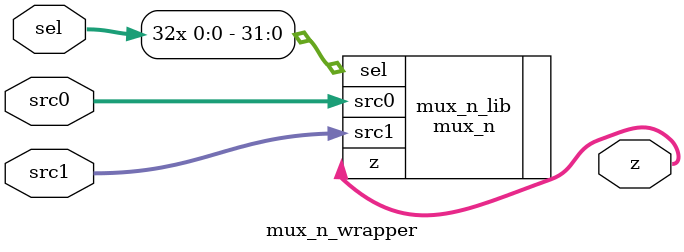
<source format=v>
module mux_n_wrapper #(parameter n = 32)
       (
           input sel,
           input [n-1:0] src0,
           input [n-1:0] src1,
           output [n-1:0] z
       );

mux_n #(.n(n)) mux_n_lib (
           .sel({n{sel}}),
           .src0(src0),
           .src1(src1),
           .z(z)
       );

endmodule

</source>
